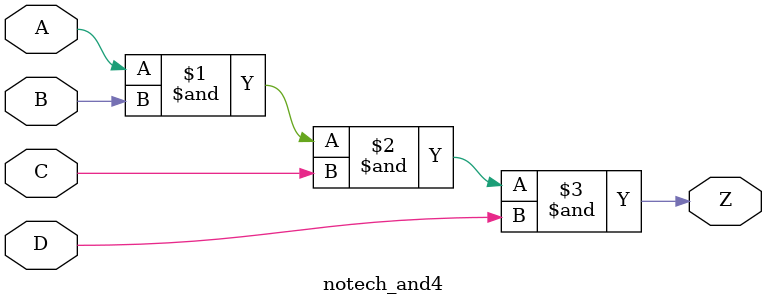
<source format=v>
module notech_and4 (A,B,C,D,Z);
input A,B,C,D;
output Z;
assign Z=A&B&C&D;
endmodule

</source>
